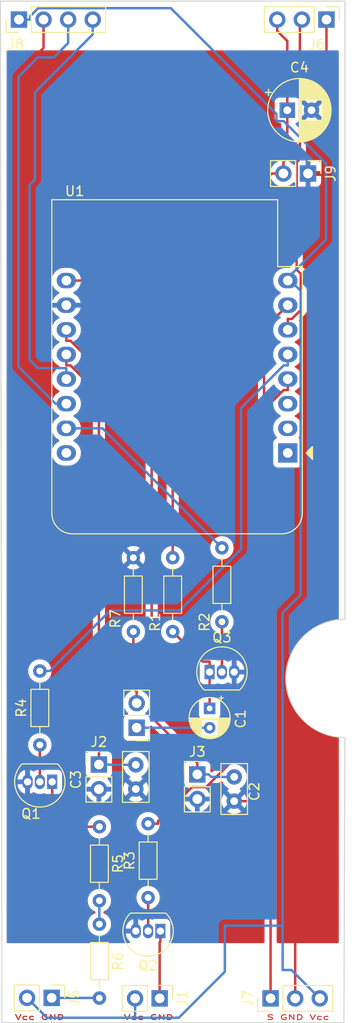
<source format=kicad_pcb>
(kicad_pcb (version 20221018) (generator pcbnew)
  (title_block (comment 4 "AISLER Project ID: RXVASBWQ"))
  (layers (0 "F.Cu" signal) (31 "B.Cu" signal) (34 "B.Paste" user) (35 "F.Paste" user) (36 "B.SilkS" user "B.Silkscreen") (37 "F.SilkS" user "F.Silkscreen") (38 "B.Mask" user) (39 "F.Mask" user) (44 "Edge.Cuts" user))
  (net 0 "")
  (net 1 "Net-(Q3-C)")
  (net 2 "Net-(J4-Pin_1)")
  (net 3 "GND")
  (net 4 "Net-(J3-Pin_1)")
  (net 5 "Net-(J2-Pin_1)")
  (net 6 "Net-(J1-Pin_1)")
  (net 7 "+3.3V")
  (net 8 "Net-(J5-Pin_1)")
  (net 9 "Net-(J6-Pin_2)")
  (net 10 "+5V")
  (net 11 "Net-(J7-Pin_1)")
  (net 12 "Net-(J8-Pin_3)")
  (net 13 "Net-(J8-Pin_4)")
  (net 14 "Net-(Q1-B)")
  (net 15 "Net-(Q2-B)")
  (net 16 "Net-(Q3-B)")
  (net 17 "Net-(U1-RX)")
  (net 18 "Net-(U1-CS{slash}D8)")
  (net 19 "Net-(U1-MISO{slash}D6)")
  (net 24 "Net-(Q1-C)")
  (net 25 "Net-(R5-Pad2)")
  (net 26 "Net-(J4-Pin_2)")
  (footprint "Resistor_THT:R_Axial_DIN0204_L3.6mm_D1.6mm_P7.62mm_Horizontal" (layer "F.Cu") (at 130.556 114.554 -90)
    (fp_text reference "R7" (at 6.296 1.856 -90) (layer "F.SilkS"))
    (fp_text value "0R")
    (pad "1" thru_hole circle (at 0 0 270) (size 1.4 1.4) (drill 0.7) (layers "*.Cu" "*.Mask") (net 3 "GND"))
    (pad "2" thru_hole oval (at 7.62 0 270) (size 1.4 1.4) (drill 0.7) (layers "*.Cu" "*.Mask") (net 26 "Net-(J4-Pin_2)"))
  )
  (footprint "Package_TO_SOT_THT:TO-92_Inline" (layer "F.Cu") (at 138.43 126.344)
    (fp_text reference "Q3" (at 1.27 -3.56) (layer "F.SilkS"))
    (fp_text value "BC547" hide)
    (pad "1" thru_hole rect (at 0 0) (size 1.05 1.5) (drill 0.75) (layers "*.Cu" "*.Mask") (net 1 "Net-(Q3-C)"))
    (pad "2" thru_hole oval (at 1.27 0) (size 1.05 1.5) (drill 0.75) (layers "*.Cu" "*.Mask") (net 16 "Net-(Q3-B)"))
    (pad "3" thru_hole oval (at 2.54 0) (size 1.05 1.5) (drill 0.75) (layers "*.Cu" "*.Mask") (net 3 "GND"))
  )
  (footprint "Resistor_THT:R_Axial_DIN0204_L3.6mm_D1.6mm_P7.62mm_Horizontal" (layer "F.Cu") (at 134.62 122.174 90)
    (fp_text reference "R1" (at 0.974 -1.82 90) (layer "F.SilkS"))
    (fp_text value "39R")
    (pad "1" thru_hole circle (at 0 0 90) (size 1.4 1.4) (drill 0.7) (layers "*.Cu" "*.Mask") (net 1 "Net-(Q3-C)"))
    (pad "2" thru_hole oval (at 7.62 0 90) (size 1.4 1.4) (drill 0.7) (layers "*.Cu" "*.Mask") (net 10 "+5V"))
  )
  (footprint "Connector_PinHeader_2.54mm:PinHeader_1x02_P2.54mm_Vertical" (layer "F.Cu") (at 130.9 132.09 180)
    (fp_text reference "J4" hide)
    (fp_text value "Speaker")
    (pad "1" thru_hole rect (at 0 0 180) (size 1.7 1.7) (drill 1) (layers "*.Cu" "*.Mask") (net 2 "Net-(J4-Pin_1)"))
    (pad "2" thru_hole oval (at 0 2.54 180) (size 1.7 1.7) (drill 1) (layers "*.Cu" "*.Mask") (net 26 "Net-(J4-Pin_2)"))
  )
  (footprint "Connector_PinHeader_2.54mm:PinHeader_1x04_P2.54mm_Vertical" (layer "F.Cu") (at 118.745 59.055 90)
    (fp_text reference "J8" (at -2.525 -0.335 180) (layer "F.SilkS"))
    (fp_text value "Display")
    (pad "1" thru_hole rect (at 0 0 90) (size 1.7 1.7) (drill 1) (layers "*.Cu" "*.Mask") (net 7 "+3.3V"))
    (pad "2" thru_hole oval (at 0 2.54 90) (size 1.7 1.7) (drill 1) (layers "*.Cu" "*.Mask") (net 3 "GND"))
    (pad "3" thru_hole oval (at 0 5.08 90) (size 1.7 1.7) (drill 1) (layers "*.Cu" "*.Mask") (net 12 "Net-(J8-Pin_3)"))
    (pad "4" thru_hole oval (at 0 7.62 90) (size 1.7 1.7) (drill 1) (layers "*.Cu" "*.Mask") (net 13 "Net-(J8-Pin_4)"))
  )
  (footprint "Capacitor_THT:CP_Radial_D4.0mm_P2.00mm" (layer "F.Cu") (at 138.43 130.0914 -90)
    (fp_text reference "C1" (at 1.09 -3.2 90) (layer "F.SilkS"))
    (fp_text value "C_Polarized_Small")
    (pad "1" thru_hole rect (at 0 0 270) (size 1.2 1.2) (drill 0.6) (layers "*.Cu" "*.Mask") (net 1 "Net-(Q3-C)"))
    (pad "2" thru_hole circle (at 2 0 270) (size 1.2 1.2) (drill 0.6) (layers "*.Cu" "*.Mask") (net 2 "Net-(J4-Pin_1)"))
  )
  (footprint "Capacitor_THT:CP_Radial_D6.3mm_P2.50mm" (layer "F.Cu") (at 146.45 68.4)
    (fp_text reference "C4" (at 1.25 -4.4) (layer "F.SilkS"))
    (fp_text value "100uF optional")
    (pad "1" thru_hole rect (at 0 0) (size 1.6 1.6) (drill 0.8) (layers "*.Cu" "*.Mask") (net 10 "+5V"))
    (pad "2" thru_hole circle (at 2.5 0) (size 1.6 1.6) (drill 0.8) (layers "*.Cu" "*.Mask") (net 3 "GND"))
  )
  (footprint "Connector_PinHeader_2.54mm:PinHeader_1x02_P2.54mm_Vertical" (layer "F.Cu") (at 137.16 136.901)
    (fp_text reference "J3" (at 0 -2.33) (layer "F.SilkS"))
    (fp_text value "Aim_B")
    (pad "1" thru_hole rect (at 0 0) (size 1.7 1.7) (drill 1) (layers "*.Cu" "*.Mask") (net 4 "Net-(J3-Pin_1)"))
    (pad "2" thru_hole oval (at 0 2.54) (size 1.7 1.7) (drill 1) (layers "*.Cu" "*.Mask") (net 3 "GND"))
  )
  (footprint "Connector_PinHeader_2.54mm:PinHeader_1x03_P2.54mm_Vertical" (layer "F.Cu") (at 144.725 160 90)
    (fp_text reference "J7" (at 0 -2.33 90) (layer "F.SilkS"))
    (fp_text value "IR_RCV")
    (pad "1" thru_hole rect (at 0 0 90) (size 1.7 1.7) (drill 1) (layers "*.Cu" "*.Mask") (net 11 "Net-(J7-Pin_1)"))
    (pad "2" thru_hole oval (at 0 2.54 90) (size 1.7 1.7) (drill 1) (layers "*.Cu" "*.Mask") (net 3 "GND"))
    (pad "3" thru_hole oval (at 0 5.08 90) (size 1.7 1.7) (drill 1) (layers "*.Cu" "*.Mask") (net 7 "+3.3V"))
  )
  (footprint "Capacitor_THT:C_Disc_D5.0mm_W2.5mm_P2.50mm" (layer "F.Cu") (at 140.97 139.66 90)
    (fp_text reference "C2" (at 0.99 2.08 90) (layer "F.SilkS"))
    (fp_text value "104nF" hide)
    (pad "1" thru_hole circle (at 0 0 90) (size 1.6 1.6) (drill 0.8) (layers "*.Cu" "*.Mask") (net 3 "GND"))
    (pad "2" thru_hole circle (at 2.5 0 90) (size 1.6 1.6) (drill 0.8) (layers "*.Cu" "*.Mask") (net 4 "Net-(J3-Pin_1)"))
  )
  (footprint "Resistor_THT:R_Axial_DIN0204_L3.6mm_D1.6mm_P7.62mm_Horizontal" (layer "F.Cu") (at 120.904 133.858 90)
    (fp_text reference "R4" (at 3.81 -1.92 90) (layer "F.SilkS"))
    (fp_text value "10K")
    (pad "1" thru_hole circle (at 0 0 90) (size 1.4 1.4) (drill 0.7) (layers "*.Cu" "*.Mask") (net 14 "Net-(Q1-B)"))
    (pad "2" thru_hole oval (at 7.62 0 90) (size 1.4 1.4) (drill 0.7) (layers "*.Cu" "*.Mask") (net 19 "Net-(U1-MISO{slash}D6)"))
  )
  (footprint "Connector_PinHeader_2.54mm:PinHeader_1x02_P2.54mm_Vertical" (layer "F.Cu") (at 148.59 74.93 -90)
    (fp_text reference "J9" (at 0 -2.33 90) (layer "F.SilkS"))
    (fp_text value "Power")
    (pad "1" thru_hole rect (at 0 0 270) (size 1.7 1.7) (drill 1) (layers "*.Cu" "*.Mask") (net 3 "GND"))
    (pad "2" thru_hole oval (at 0 2.54 270) (size 1.7 1.7) (drill 1) (layers "*.Cu" "*.Mask") (net 10 "+5V"))
  )
  (footprint "Resistor_THT:R_Axial_DIN0204_L3.6mm_D1.6mm_P7.62mm_Horizontal" (layer "F.Cu") (at 132.08 149.606 90)
    (fp_text reference "R3" (at 3.81 -1.92 90) (layer "F.SilkS"))
    (fp_text value "10K")
    (pad "1" thru_hole circle (at 0 0 90) (size 1.4 1.4) (drill 0.7) (layers "*.Cu" "*.Mask") (net 15 "Net-(Q2-B)"))
    (pad "2" thru_hole oval (at 7.62 0 90) (size 1.4 1.4) (drill 0.7) (layers "*.Cu" "*.Mask") (net 18 "Net-(U1-CS{slash}D8)"))
  )
  (footprint "Module:WEMOS_D1_mini_light" (layer "F.Cu") (at 146.5 103.75 180)
    (fp_text reference "U1" (at 22 27) (layer "F.SilkS"))
    (fp_text value "WeMos_D1_mini")
    (pad "1" thru_hole rect (at 0 0 180) (size 2 2) (drill 1) (layers "*.Cu" "*.Mask"))
    (pad "2" thru_hole oval (at 0 2.54 180) (size 2 1.6) (drill 1) (layers "*.Cu" "*.Mask"))
    (pad "3" thru_hole oval (at 0 5.08 180) (size 2 1.6) (drill 1) (layers "*.Cu" "*.Mask"))
    (pad "4" thru_hole oval (at 0 7.62 180) (size 2 1.6) (drill 1) (layers "*.Cu" "*.Mask") (net 11 "Net-(J7-Pin_1)"))
    (pad "5" thru_hole oval (at 0 10.16 180) (size 2 1.6) (drill 1) (layers "*.Cu" "*.Mask") (net 19 "Net-(U1-MISO{slash}D6)"))
    (pad "6" thru_hole oval (at 0 12.7 180) (size 2 1.6) (drill 1) (layers "*.Cu" "*.Mask") (net 9 "Net-(J6-Pin_2)"))
    (pad "7" thru_hole oval (at 0 15.24 180) (size 2 1.6) (drill 1) (layers "*.Cu" "*.Mask") (net 18 "Net-(U1-CS{slash}D8)"))
    (pad "8" thru_hole oval (at 0 17.78 180) (size 2 1.6) (drill 1) (layers "*.Cu" "*.Mask") (net 7 "+3.3V"))
    (pad "9" thru_hole oval (at 22.86 17.78 180) (size 2 1.6) (drill 1) (layers "*.Cu" "*.Mask") (net 10 "+5V"))
    (pad "10" thru_hole oval (at 22.86 15.24 180) (size 2 1.6) (drill 1) (layers "*.Cu" "*.Mask") (net 3 "GND"))
    (pad "11" thru_hole oval (at 22.86 12.7 180) (size 2 1.6) (drill 1) (layers "*.Cu" "*.Mask") (net 4 "Net-(J3-Pin_1)"))
    (pad "12" thru_hole oval (at 22.86 10.16 180) (size 2 1.6) (drill 1) (layers "*.Cu" "*.Mask") (net 5 "Net-(J2-Pin_1)"))
    (pad "13" thru_hole oval (at 22.86 7.62 180) (size 2 1.6) (drill 1) (layers "*.Cu" "*.Mask") (net 13 "Net-(J8-Pin_4)"))
    (pad "14" thru_hole oval (at 22.86 5.08 180) (size 2 1.6) (drill 1) (layers "*.Cu" "*.Mask") (net 12 "Net-(J8-Pin_3)"))
    (pad "15" thru_hole oval (at 22.86 2.54 180) (size 2 1.6) (drill 1) (layers "*.Cu" "*.Mask") (net 17 "Net-(U1-RX)"))
    (pad "16" thru_hole oval (at 22.86 0 180) (size 2 1.6) (drill 1) (layers "*.Cu" "*.Mask"))
  )
  (footprint "Resistor_THT:R_Axial_DIN0204_L3.6mm_D1.6mm_P7.62mm_Horizontal" (layer "F.Cu") (at 127.05 142.3 -90)
    (fp_text reference "R5" (at 3.81 -1.92 -90) (layer "F.SilkS"))
    (fp_text value "160R")
    (pad "1" thru_hole circle (at 0 0 270) (size 1.4 1.4) (drill 0.7) (layers "*.Cu" "*.Mask") (net 24 "Net-(Q1-C)"))
    (pad "2" thru_hole oval (at 7.62 0 270) (size 1.4 1.4) (drill 0.7) (layers "*.Cu" "*.Mask") (net 25 "Net-(R5-Pad2)"))
  )
  (footprint "Connector_PinHeader_2.54mm:PinHeader_1x02_P2.54mm_Vertical" (layer "F.Cu") (at 127 135.885)
    (fp_text reference "J2" (at 0 -2.33) (layer "F.SilkS"))
    (fp_text value "Shoot_B")
    (pad "1" thru_hole rect (at 0 0) (size 1.7 1.7) (drill 1) (layers "*.Cu" "*.Mask") (net 5 "Net-(J2-Pin_1)"))
    (pad "2" thru_hole oval (at 0 2.54) (size 1.7 1.7) (drill 1) (layers "*.Cu" "*.Mask") (net 3 "GND"))
  )
  (footprint "Capacitor_THT:C_Disc_D5.0mm_W2.5mm_P2.50mm" (layer "F.Cu") (at 130.81 138.41 90)
    (fp_text reference "C3" (at 0.97 -6.19 90) (layer "F.SilkS"))
    (fp_text value "104nF")
    (pad "1" thru_hole circle (at 0 0 90) (size 1.6 1.6) (drill 0.8) (layers "*.Cu" "*.Mask") (net 3 "GND"))
    (pad "2" thru_hole circle (at 2.5 0 90) (size 1.6 1.6) (drill 0.8) (layers "*.Cu" "*.Mask") (net 5 "Net-(J2-Pin_1)"))
  )
  (footprint "Connector_PinHeader_2.54mm:PinHeader_1x02_P2.54mm_Vertical" (layer "F.Cu") (at 122.125 159.95 -90)
    (fp_text reference "J5" (at 0 -2.33 90) (layer "F.SilkS"))
    (fp_text value "Shoot_laser")
    (pad "1" thru_hole rect (at 0 0 270) (size 1.7 1.7) (drill 1) (layers "*.Cu" "*.Mask") (net 8 "Net-(J5-Pin_1)"))
    (pad "2" thru_hole oval (at 0 2.54 270) (size 1.7 1.7) (drill 1) (layers "*.Cu" "*.Mask") (net 7 "+3.3V"))
  )
  (footprint "Connector_PinHeader_2.54mm:PinHeader_1x03_P2.54mm_Vertical" (layer "F.Cu") (at 150.495 59.055 -90)
    (fp_text reference "J6" (at 2.555 0.985 -180) (layer "F.SilkS"))
    (fp_text value "Neopixel")
    (pad "1" thru_hole rect (at 0 0 270) (size 1.7 1.7) (drill 1) (layers "*.Cu" "*.Mask") (net 3 "GND"))
    (pad "2" thru_hole oval (at 0 2.54 270) (size 1.7 1.7) (drill 1) (layers "*.Cu" "*.Mask") (net 9 "Net-(J6-Pin_2)"))
    (pad "3" thru_hole oval (at 0 5.08 270) (size 1.7 1.7) (drill 1) (layers "*.Cu" "*.Mask") (net 10 "+5V"))
  )
  (footprint "Resistor_THT:R_Axial_DIN0204_L3.6mm_D1.6mm_P7.62mm_Horizontal" (layer "F.Cu") (at 127.05 152.35 -90)
    (fp_text reference "R6" (at 3.81 -1.92 -90) (layer "F.SilkS"))
    (fp_text value "6.2R")
    (pad "1" thru_hole circle (at 0 0 270) (size 1.4 1.4) (drill 0.7) (layers "*.Cu" "*.Mask") (net 25 "Net-(R5-Pad2)"))
    (pad "2" thru_hole oval (at 7.62 0 270) (size 1.4 1.4) (drill 0.7) (layers "*.Cu" "*.Mask") (net 8 "Net-(J5-Pin_1)"))
  )
  (footprint "Connector_PinHeader_2.54mm:PinHeader_1x02_P2.54mm_Vertical" (layer "F.Cu") (at 133.275 160 -90)
    (fp_text reference "J1" (at 0 -2.33 90) (layer "F.SilkS"))
    (fp_text value "Aim_Laser")
    (pad "1" thru_hole rect (at 0 0 270) (size 1.7 1.7) (drill 1) (layers "*.Cu" "*.Mask") (net 6 "Net-(J1-Pin_1)"))
    (pad "2" thru_hole oval (at 0 2.54 270) (size 1.7 1.7) (drill 1) (layers "*.Cu" "*.Mask") (net 7 "+3.3V"))
  )
  (footprint "Package_TO_SOT_THT:TO-92_Inline" (layer "F.Cu") (at 133.35 153.056 180)
    (fp_text reference "Q2" (at 1.27 -3.56) (layer "F.SilkS"))
    (fp_text value "BC547" hide)
    (pad "1" thru_hole rect (at 0 0 180) (size 1.05 1.5) (drill 0.75) (layers "*.Cu" "*.Mask") (net 6 "Net-(J1-Pin_1)"))
    (pad "2" thru_hole oval (at 1.27 0 180) (size 1.05 1.5) (drill 0.75) (layers "*.Cu" "*.Mask") (net 15 "Net-(Q2-B)"))
    (pad "3" thru_hole oval (at 2.54 0 180) (size 1.05 1.5) (drill 0.75) (layers "*.Cu" "*.Mask") (net 3 "GND"))
  )
  (footprint "Resistor_THT:R_Axial_DIN0204_L3.6mm_D1.6mm_P7.62mm_Horizontal" (layer "F.Cu") (at 139.7 113.538 -90)
    (fp_text reference "R2" (at 7.662 1.8 -90) (layer "F.SilkS"))
    (fp_text value "1K")
    (pad "1" thru_hole circle (at 0 0 270) (size 1.4 1.4) (drill 0.7) (layers "*.Cu" "*.Mask") (net 17 "Net-(U1-RX)"))
    (pad "2" thru_hole oval (at 7.62 0 270) (size 1.4 1.4) (drill 0.7) (layers "*.Cu" "*.Mask") (net 16 "Net-(Q3-B)"))
  )
  (footprint "Package_TO_SOT_THT:TO-92_Inline" (layer "F.Cu") (at 122.174 137.668 180)
    (fp_text reference "Q1" (at 2.1924 -3.2942) (layer "F.SilkS"))
    (fp_text value "BC547" hide)
    (pad "1" thru_hole rect (at 0 0 180) (size 1.05 1.5) (drill 0.75) (layers "*.Cu" "*.Mask") (net 24 "Net-(Q1-C)"))
    (pad "2" thru_hole oval (at 1.27 0 180) (size 1.05 1.5) (drill 0.75) (layers "*.Cu" "*.Mask") (net 14 "Net-(Q1-B)"))
    (pad "3" thru_hole oval (at 2.54 0 180) (size 1.05 1.5) (drill 0.75) (layers "*.Cu" "*.Mask") (net 3 "GND"))
  )
  (gr_line (start 152.4 133.096) (end 152.2984 162.5) (stroke (width 0.1)) (layer "Edge.Cuts"))
  (gr_line (start 116.84 57.15) (end 116.9924 162.5) (stroke (width 0.1)) (layer "Edge.Cuts"))
  (gr_line (start 152.4 57.15) (end 152.4 120.904) (stroke (width 0.1)) (layer "Edge.Cuts"))
  (gr_arc (start 152.4 133.096) (mid 146.304 127) (end 152.4 120.904) (stroke (width 0.1)) (layer "Edge.Cuts"))
  (gr_line (start 152.4 57.15) (end 116.84 57.15) (stroke (width 0.1)) (layer "Edge.Cuts"))
  (gr_line (start 116.9924 162.5) (end 152.2984 162.5) (stroke (width 0.1)) (layer "Edge.Cuts"))
  (gr_text "Vcc GND" (at 118.25 162.25) (layer "F.Cu") (effects (font (size 0.5 0.8) (thickness 0.125) bold) (justify left bottom)))
  (gr_text "5V  GND" (at 145 77) (layer "F.Cu") (effects (font (size 0.5 0.8) (thickness 0.125) bold) (justify left bottom)))
  (gr_text "S GND Vcc" (at 144.25 162.25) (layer "F.Cu") (effects (font (size 0.5 0.8) (thickness 0.1) bold) (justify left bottom)))
  (gr_text "Vcc GND" (at 129.5 162.25) (layer "F.Cu") (effects (font (size 0.5 0.8) (thickness 0.125) bold) (justify left bottom)))
  (segment (start 138.43 130.0914) (end 138.43 126.344) (width 0.25) (layer "F.Cu") (net 1))
  (segment (start 137.7131 125.2671) (end 138.43 125.2671) (width 0.25) (layer "F.Cu") (net 1))
  (segment (start 138.43 126.344) (end 138.43 125.2671) (width 0.25) (layer "F.Cu") (net 1))
  (segment (start 134.62 122.174) (end 137.7131 125.2671) (width 0.25) (layer "F.Cu") (net 1))
  (segment (start 132.0783 132.0914) (end 132.0769 132.09) (width 0.25) (layer "B.Cu") (net 2))
  (segment (start 130.9 132.09) (end 132.0769 132.09) (width 0.25) (layer "B.Cu") (net 2))
  (segment (start 138.43 132.0914) (end 132.0783 132.0914) (width 0.25) (layer "B.Cu") (net 2))
  (segment (start 147.265 160) (end 147.265 153.515) (width 0.25) (layer "F.Cu") (net 3))
  (segment (start 121.285 61.9752) (end 121.285 59.055) (width 0.25) (layer "F.Cu") (net 3))
  (segment (start 147.265 153.515) (end 147.25 153.5) (width 0.25) (layer "F.Cu") (net 3))
  (segment (start 142.99 139.66) (end 140.97 139.66) (width 0.25) (layer "F.Cu") (net 3))
  (segment (start 143 139.65) (end 142.99 139.66) (width 0.25) (layer "F.Cu") (net 3))
  (segment (start 150.495 64.4482) (end 150.495 59.055) (width 0.25) (layer "F.Cu") (net 3))
  (segment (start 120.4127 62.8475) (end 121.285 61.9752) (width 0.25) (layer "F.Cu") (net 3))
  (segment (start 137.16 135.7241) (end 137.16 136.901) (width 0.25) (layer "F.Cu") (net 4))
  (segment (start 124.0626 92.1769) (end 132.45 100.5643) (width 0.25) (layer "F.Cu") (net 4))
  (segment (start 123.64 91.05) (end 123.64 92.1769) (width 0.25) (layer "F.Cu") (net 4))
  (segment (start 123.64 92.1769) (end 124.0626 92.1769) (width 0.25) (layer "F.Cu") (net 4))
  (segment (start 132.45 131.0141) (end 137.16 135.7241) (width 0.25) (layer "F.Cu") (net 4))
  (segment (start 132.45 100.5643) (end 132.45 131.0141) (width 0.25) (layer "F.Cu") (net 4))
  (segment (start 137.7485 136.901) (end 137.16 136.901) (width 0.25) (layer "B.Cu") (net 4))
  (segment (start 140.97 137.16) (end 138.5959 137.16) (width 0.25) (layer "B.Cu") (net 4))
  (segment (start 137.7485 136.901) (end 138.3369 136.901) (width 0.25) (layer "B.Cu") (net 4))
  (segment (start 138.5959 137.16) (end 138.3369 136.901) (width 0.25) (layer "B.Cu") (net 4))
  (segment (start 127 97.6543) (end 127 135.885) (width 0.25) (layer "F.Cu") (net 5))
  (segment (start 123.64 94.7169) (end 124.0626 94.7169) (width 0.25) (layer "F.Cu") (net 5))
  (segment (start 123.64 93.59) (end 123.64 94.7169) (width 0.25) (layer "F.Cu") (net 5))
  (segment (start 124.0626 94.7169) (end 127 97.6543) (width 0.25) (layer "F.Cu") (net 5))
  (segment (start 128.2019 135.91) (end 128.1769 135.885) (width 0.25) (layer "B.Cu") (net 5))
  (segment (start 130.81 135.91) (end 128.2019 135.91) (width 0.25) (layer "B.Cu") (net 5))
  (segment (start 127 135.885) (end 128.1769 135.885) (width 0.25) (layer "B.Cu") (net 5))
  (segment (start 133.275 154.2079) (end 133.35 154.1329) (width 0.25) (layer "F.Cu") (net 6))
  (segment (start 133.35 153.056) (end 133.35 154.1329) (width 0.25) (layer "F.Cu") (net 6))
  (segment (start 133.275 160) (end 133.275 154.2079) (width 0.25) (layer "F.Cu") (net 6))
  (segment (start 120.7309 57.8781) (end 119.9219 58.6871) (width 0.25) (layer "B.Cu") (net 7))
  (segment (start 135.25 162) (end 130.75 162) (width 0.25) (layer "B.Cu") (net 7))
  (segment (start 146.5 85.97) (end 146.5 85.6882) (width 0.25) (layer "B.Cu") (net 7))
  (segment (start 150.45 73.9) (end 146.075 69.525) (width 0.25) (layer "B.Cu") (net 7))
  (segment (start 147.8335 87.0217) (end 147.8335 118.3677) (width 0.25) (layer "B.Cu") (net 7))
  (segment (start 145.9714 157.0714) (end 146.8764 157.0714) (width 0.25) (layer "B.Cu") (net 7))
  (segment (start 140 157.25) (end 135.25 162) (width 0.25) (layer "B.Cu") (net 7))
  (segment (start 146.5 85.6882) (end 147.8335 87.0217) (width 0.25) (layer "B.Cu") (net 7))
  (segment (start 140 152.5) (end 140 157.25) (width 0.25) (layer "B.Cu") (net 7))
  (segment (start 130.735 161.985) (end 130.75 162) (width 0.25) (layer "B.Cu") (net 7))
  (segment (start 146.5 85.6882) (end 150.45 81.7382) (width 0.25) (layer "B.Cu") (net 7))
  (segment (start 134.4281 57.8781) (end 120.7309 57.8781) (width 0.25) (layer "B.Cu") (net 7))
  (segment (start 145.9714 120.2298) (end 145.9714 152.5) (width 0.25) (layer "B.Cu") (net 7))
  (segment (start 145.9714 152.5) (end 145.9714 157.0714) (width 0.25) (layer "B.Cu") (net 7))
  (segment (start 121.635 162) (end 119.585 159.95) (width 0.25) (layer "B.Cu") (net 7))
  (segment (start 145.9714 152.5) (end 140 152.5) (width 0.25) (layer "B.Cu") (net 7))
  (segment (start 145.325 69.525) (end 145.325 68.775) (width 0.25) (layer "B.Cu") (net 7))
  (segment (start 130.75 162) (end 121.635 162) (width 0.25) (layer "B.Cu") (net 7))
  (segment (start 145.325 68.775) (end 134.4281 57.8781) (width 0.25) (layer "B.Cu") (net 7))
  (segment (start 130.735 160) (end 130.735 161.985) (width 0.25) (layer "B.Cu") (net 7))
  (segment (start 150.45 81.7382) (end 150.45 73.9) (width 0.25) (layer "B.Cu") (net 7))
  (segment (start 119.9219 58.6871) (end 119.9219 59.055) (width 0.25) (layer "B.Cu") (net 7))
  (segment (start 119.9219 59.055) (end 118.745 59.055) (width 0.25) (layer "B.Cu") (net 7))
  (segment (start 146.8764 157.0714) (end 149.805 160) (width 0.25) (layer "B.Cu") (net 7))
  (segment (start 146.075 69.525) (end 145.325 69.525) (width 0.25) (layer "B.Cu") (net 7))
  (segment (start 147.8335 118.3677) (end 145.9714 120.2298) (width 0.25) (layer "B.Cu") (net 7))
  (segment (start 122.125 159.95) (end 127.03 159.95) (width 0.25) (layer "B.Cu") (net 8))
  (segment (start 127.03 159.95) (end 127.05 159.97) (width 0.25) (layer "B.Cu") (net 8))
  (segment (start 147.415 73.755) (end 147.75 73.42) (width 0.25) (layer "F.Cu") (net 9))
  (segment (start 146.9226 89.9231) (end 147.8436 89.0021) (width 0.25) (layer "F.Cu") (net 9))
  (segment (start 147.8436 89.0021) (end 147.8436 85.2736) (width 0.25) (layer "F.Cu") (net 9))
  (segment (start 147.415 84.845) (end 147.415 73.755) (width 0.25) (layer "F.Cu") (net 9))
  (segment (start 146.5 91.05) (end 146.5 89.9231) (width 0.25) (layer "F.Cu") (net 9))
  (segment (start 147.75 59.26) (end 147.955 59.055) (width 0.25) (layer "F.Cu") (net 9))
  (segment (start 147.8436 85.2736) (end 147.415 84.845) (width 0.25) (layer "F.Cu") (net 9))
  (segment (start 147.75 73.42) (end 147.75 59.26) (width 0.25) (layer "F.Cu") (net 9))
  (segment (start 146.5 89.9231) (end 146.9226 89.9231) (width 0.25) (layer "F.Cu") (net 9))
  (segment (start 146.05 74.93) (end 146.05 73.7531) (width 0.25) (layer "F.Cu") (net 10))
  (segment (start 146.45 73.3531) (end 146.45 68.4) (width 0.25) (layer "F.Cu") (net 10))
  (segment (start 133.8331 85.97) (end 134.62 86.7569) (width 0.25) (layer "F.Cu") (net 10))
  (segment (start 146.05 73.7531) (end 146.45 73.3531) (width 0.25) (layer "F.Cu") (net 10))
  (segment (start 146.05 74.93) (end 144.8731 74.93) (width 0.25) (layer "F.Cu") (net 10))
  (segment (start 145.415 60.2319) (end 146.45 61.2669) (width 0.25) (layer "F.Cu") (net 10))
  (segment (start 123.64 85.97) (end 133.8331 85.97) (width 0.25) (layer "F.Cu") (net 10))
  (segment (start 145.415 59.055) (end 145.415 60.2319) (width 0.25) (layer "F.Cu") (net 10))
  (segment (start 133.8331 85.97) (end 144.8731 74.93) (width 0.25) (layer "F.Cu") (net 10))
  (segment (start 146.45 61.2669) (end 146.45 68.4) (width 0.25) (layer "F.Cu") (net 10))
  (segment (start 134.62 86.7569) (end 134.62 114.554) (width 0.25) (layer "F.Cu") (net 10))
  (segment (start 146.5 97.2569) (end 146.0774 97.2569) (width 0.25) (layer "F.Cu") (net 11))
  (segment (start 146.5 96.13) (end 146.5 97.2569) (width 0.25) (layer "F.Cu") (net 11))
  (segment (start 146.0774 97.2569) (end 144.725 98.6093) (width 0.25) (layer "F.Cu") (net 11))
  (segment (start 144.725 98.6093) (end 144.725 160) (width 0.25) (layer "F.Cu") (net 11))
  (segment (start 123.825 61.475) (end 123.825 59.055) (width 0.25) (layer "B.Cu") (net 12))
  (segment (start 120.7 62.95) (end 122.35 62.95) (width 0.25) (layer "B.Cu") (net 12))
  (segment (start 122.35 62.95) (end 123.825 61.475) (width 0.25) (layer "B.Cu") (net 12))
  (segment (start 118.7 94.85) (end 118.7 64.95) (width 0.25) (layer "B.Cu") (net 12))
  (segment (start 123.64 98.67) (end 122.52 98.67) (width 0.25) (layer "B.Cu") (net 12))
  (segment (start 118.7 64.95) (end 120.7 62.95) (width 0.25) (layer "B.Cu") (net 12))
  (segment (start 122.52 98.67) (end 118.7 94.85) (width 0.25) (layer "B.Cu") (net 12))
  (segment (start 120.7031 95.0031) (end 123.64 95.0031) (width 0.25) (layer "B.Cu") (net 13))
  (segment (start 123.64 95.0031) (end 123.64 96.13) (width 0.25) (layer "B.Cu") (net 13))
  (segment (start 120.4 66.55) (end 120.4 75.55) (width 0.25) (layer "B.Cu") (net 13))
  (segment (start 119.85 94.15) (end 120.7031 95.0031) (width 0.25) (layer "B.Cu") (net 13))
  (segment (start 119.85 76.1) (end 119.85 94.15) (width 0.25) (layer "B.Cu") (net 13))
  (segment (start 120.4 75.55) (end 119.85 76.1) (width 0.25) (layer "B.Cu") (net 13))
  (segment (start 126.365 60.585) (end 120.4 66.55) (width 0.25) (layer "B.Cu") (net 13))
  (segment (start 126.365 59.055) (end 126.365 60.585) (width 0.25) (layer "B.Cu") (net 13))
  (segment (start 120.904 137.668) (end 120.904 133.858) (width 0.25) (layer "F.Cu") (net 14))
  (segment (start 132.08 153.056) (end 132.08 149.606) (width 0.25) (layer "F.Cu") (net 15))
  (segment (start 139.7 126.344) (end 139.7 121.158) (width 0.25) (layer "F.Cu") (net 16))
  (segment (start 123.64 101.21) (end 127.372 101.21) (width 0.25) (layer "B.Cu") (net 17))
  (segment (start 127.372 101.21) (end 139.7 113.538) (width 0.25) (layer "B.Cu") (net 17))
  (segment (start 136.6267 138.2095) (end 138.0703 138.2095) (width 0.25) (layer "F.Cu") (net 18))
  (segment (start 133.1069 141.7293) (end 136.6267 138.2095) (width 0.25) (layer "F.Cu") (net 18))
  (segment (start 144.0507 90.9593) (end 146.5 88.51) (width 0.25) (layer "F.Cu") (net 18))
  (segment (start 144.0507 132.2291) (end 144.0507 90.9593) (width 0.25) (layer "F.Cu") (net 18))
  (segment (start 132.08 141.986) (end 133.1069 141.986) (width 0.25) (layer "F.Cu") (net 18))
  (segment (start 138.0703 138.2095) (end 144.0507 132.2291) (width 0.25) (layer "F.Cu") (net 18))
  (segment (start 133.1069 141.986) (end 133.1069 141.7293) (width 0.25) (layer "F.Cu") (net 18))
  (segment (start 120.904 126.238) (end 121.9309 126.238) (width 0.25) (layer "B.Cu") (net 19))
  (segment (start 128.1783 119.9906) (end 121.9309 126.238) (width 0.25) (layer "B.Cu") (net 19))
  (segment (start 146.0774 94.7169) (end 141.6837 99.1106) (width 0.25) (layer "B.Cu") (net 19))
  (segment (start 146.5 94.7169) (end 146.0774 94.7169) (width 0.25) (layer "B.Cu") (net 19))
  (segment (start 146.5 93.59) (end 146.5 94.7169) (width 0.25) (layer "B.Cu") (net 19))
  (segment (start 135.3552 119.9906) (end 128.1783 119.9906) (width 0.25) (layer "B.Cu") (net 19))
  (segment (start 141.6837 99.1106) (end 141.6837 113.6621) (width 0.25) (layer "B.Cu") (net 19))
  (segment (start 141.6837 113.6621) (end 135.3552 119.9906) (width 0.25) (layer "B.Cu") (net 19))
  (segment (start 122.174 137.668) (end 122.174 142.1384) (width 0.25) (layer "F.Cu") (net 24))
  (segment (start 122.3356 142.3) (end 122.174 142.1384) (width 0.25) (layer "F.Cu") (net 24))
  (segment (start 127.05 142.3) (end 122.3356 142.3) (width 0.25) (layer "F.Cu") (net 24))
  (segment (start 127.05 149.92) (end 127.05 152.35) (width 0.25) (layer "B.Cu") (net 25))
  (segment (start 130.556 128.0291) (end 130.556 122.174) (width 0.25) (layer "F.Cu") (net 26))
  (segment (start 130.9 128.3731) (end 130.556 128.0291) (width 0.25) (layer "F.Cu") (net 26))
  (segment (start 130.9 129.55) (end 130.9 128.3731) (width 0.25) (layer "F.Cu") (net 26))
  (zone (net 3) (net_name "GND") (layer "F.Cu") (priority 1) (connect_pads (clearance 0.5)) (min_thickness 0.25) (fill yes (thermal_gap 0.5) (thermal_bridge_width 0.5))
    (polygon (pts (xy 117.475 62.23) (xy 151.765 62.23) (xy 151.765 154.305) (xy 117.475 154.305)))
  )
  (zone (net 3) (net_name "GND") (layer "B.Cu") (connect_pads (clearance 0.5)) (min_thickness 0.25) (fill yes (thermal_gap 0.5) (thermal_bridge_width 0.5))
    (polygon (pts (xy 151.765 62.23) (xy 117.475 62.23) (xy 117.475 154.305) (xy 151.765 154.305)))
  )
)
</source>
